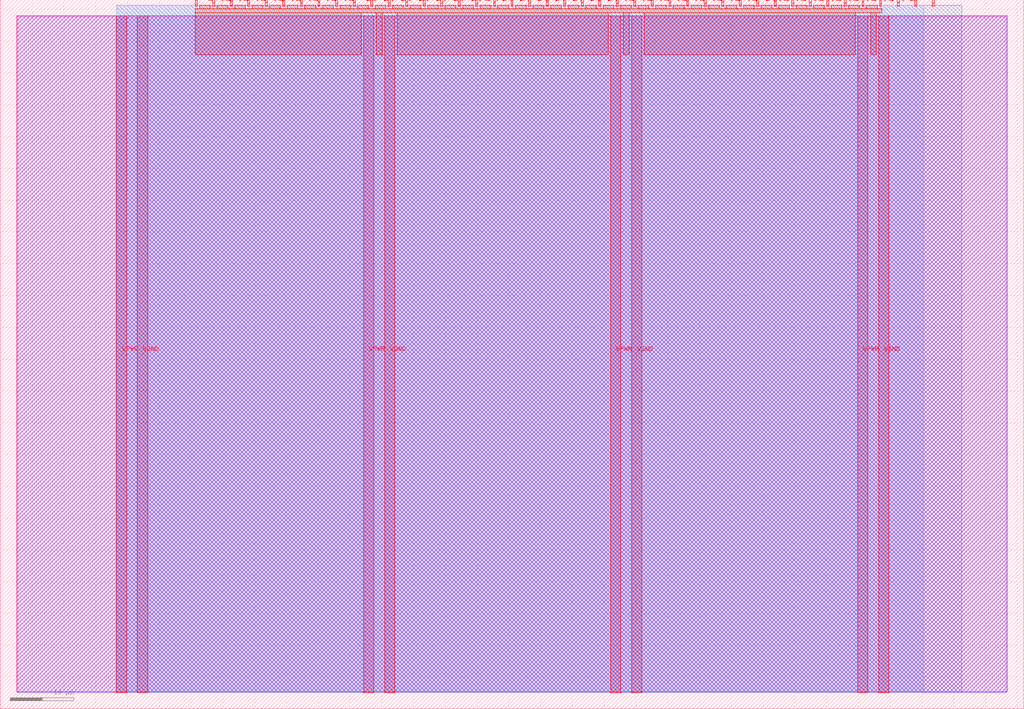
<source format=lef>
VERSION 5.7 ;
  NOWIREEXTENSIONATPIN ON ;
  DIVIDERCHAR "/" ;
  BUSBITCHARS "[]" ;
MACRO tt_um_wokwi_442982978057266177
  CLASS BLOCK ;
  FOREIGN tt_um_wokwi_442982978057266177 ;
  ORIGIN 0.000 0.000 ;
  SIZE 161.000 BY 111.520 ;
  PIN VGND
    DIRECTION INOUT ;
    USE GROUND ;
    PORT
      LAYER met4 ;
        RECT 21.580 2.480 23.180 109.040 ;
    END
    PORT
      LAYER met4 ;
        RECT 60.450 2.480 62.050 109.040 ;
    END
    PORT
      LAYER met4 ;
        RECT 99.320 2.480 100.920 109.040 ;
    END
    PORT
      LAYER met4 ;
        RECT 138.190 2.480 139.790 109.040 ;
    END
  END VGND
  PIN VPWR
    DIRECTION INOUT ;
    USE POWER ;
    PORT
      LAYER met4 ;
        RECT 18.280 2.480 19.880 109.040 ;
    END
    PORT
      LAYER met4 ;
        RECT 57.150 2.480 58.750 109.040 ;
    END
    PORT
      LAYER met4 ;
        RECT 96.020 2.480 97.620 109.040 ;
    END
    PORT
      LAYER met4 ;
        RECT 134.890 2.480 136.490 109.040 ;
    END
  END VPWR
  PIN clk
    DIRECTION INPUT ;
    USE SIGNAL ;
    PORT
      LAYER met4 ;
        RECT 143.830 110.520 144.130 111.520 ;
    END
  END clk
  PIN ena
    DIRECTION INPUT ;
    USE SIGNAL ;
    PORT
      LAYER met4 ;
        RECT 146.590 110.520 146.890 111.520 ;
    END
  END ena
  PIN rst_n
    DIRECTION INPUT ;
    USE SIGNAL ;
    PORT
      LAYER met4 ;
        RECT 141.070 110.520 141.370 111.520 ;
    END
  END rst_n
  PIN ui_in[0]
    DIRECTION INPUT ;
    USE SIGNAL ;
    ANTENNAGATEAREA 0.126000 ;
    PORT
      LAYER met4 ;
        RECT 138.310 110.520 138.610 111.520 ;
    END
  END ui_in[0]
  PIN ui_in[1]
    DIRECTION INPUT ;
    USE SIGNAL ;
    ANTENNAGATEAREA 0.213000 ;
    PORT
      LAYER met4 ;
        RECT 135.550 110.520 135.850 111.520 ;
    END
  END ui_in[1]
  PIN ui_in[2]
    DIRECTION INPUT ;
    USE SIGNAL ;
    ANTENNAGATEAREA 0.126000 ;
    PORT
      LAYER met4 ;
        RECT 132.790 110.520 133.090 111.520 ;
    END
  END ui_in[2]
  PIN ui_in[3]
    DIRECTION INPUT ;
    USE SIGNAL ;
    ANTENNAGATEAREA 0.126000 ;
    PORT
      LAYER met4 ;
        RECT 130.030 110.520 130.330 111.520 ;
    END
  END ui_in[3]
  PIN ui_in[4]
    DIRECTION INPUT ;
    USE SIGNAL ;
    ANTENNAGATEAREA 0.213000 ;
    PORT
      LAYER met4 ;
        RECT 127.270 110.520 127.570 111.520 ;
    END
  END ui_in[4]
  PIN ui_in[5]
    DIRECTION INPUT ;
    USE SIGNAL ;
    ANTENNAGATEAREA 0.213000 ;
    PORT
      LAYER met4 ;
        RECT 124.510 110.520 124.810 111.520 ;
    END
  END ui_in[5]
  PIN ui_in[6]
    DIRECTION INPUT ;
    USE SIGNAL ;
    ANTENNAGATEAREA 0.126000 ;
    PORT
      LAYER met4 ;
        RECT 121.750 110.520 122.050 111.520 ;
    END
  END ui_in[6]
  PIN ui_in[7]
    DIRECTION INPUT ;
    USE SIGNAL ;
    ANTENNAGATEAREA 0.126000 ;
    PORT
      LAYER met4 ;
        RECT 118.990 110.520 119.290 111.520 ;
    END
  END ui_in[7]
  PIN uio_in[0]
    DIRECTION INPUT ;
    USE SIGNAL ;
    PORT
      LAYER met4 ;
        RECT 116.230 110.520 116.530 111.520 ;
    END
  END uio_in[0]
  PIN uio_in[1]
    DIRECTION INPUT ;
    USE SIGNAL ;
    PORT
      LAYER met4 ;
        RECT 113.470 110.520 113.770 111.520 ;
    END
  END uio_in[1]
  PIN uio_in[2]
    DIRECTION INPUT ;
    USE SIGNAL ;
    PORT
      LAYER met4 ;
        RECT 110.710 110.520 111.010 111.520 ;
    END
  END uio_in[2]
  PIN uio_in[3]
    DIRECTION INPUT ;
    USE SIGNAL ;
    PORT
      LAYER met4 ;
        RECT 107.950 110.520 108.250 111.520 ;
    END
  END uio_in[3]
  PIN uio_in[4]
    DIRECTION INPUT ;
    USE SIGNAL ;
    PORT
      LAYER met4 ;
        RECT 105.190 110.520 105.490 111.520 ;
    END
  END uio_in[4]
  PIN uio_in[5]
    DIRECTION INPUT ;
    USE SIGNAL ;
    PORT
      LAYER met4 ;
        RECT 102.430 110.520 102.730 111.520 ;
    END
  END uio_in[5]
  PIN uio_in[6]
    DIRECTION INPUT ;
    USE SIGNAL ;
    PORT
      LAYER met4 ;
        RECT 99.670 110.520 99.970 111.520 ;
    END
  END uio_in[6]
  PIN uio_in[7]
    DIRECTION INPUT ;
    USE SIGNAL ;
    PORT
      LAYER met4 ;
        RECT 96.910 110.520 97.210 111.520 ;
    END
  END uio_in[7]
  PIN uio_oe[0]
    DIRECTION OUTPUT ;
    USE SIGNAL ;
    PORT
      LAYER met4 ;
        RECT 49.990 110.520 50.290 111.520 ;
    END
  END uio_oe[0]
  PIN uio_oe[1]
    DIRECTION OUTPUT ;
    USE SIGNAL ;
    PORT
      LAYER met4 ;
        RECT 47.230 110.520 47.530 111.520 ;
    END
  END uio_oe[1]
  PIN uio_oe[2]
    DIRECTION OUTPUT ;
    USE SIGNAL ;
    PORT
      LAYER met4 ;
        RECT 44.470 110.520 44.770 111.520 ;
    END
  END uio_oe[2]
  PIN uio_oe[3]
    DIRECTION OUTPUT ;
    USE SIGNAL ;
    PORT
      LAYER met4 ;
        RECT 41.710 110.520 42.010 111.520 ;
    END
  END uio_oe[3]
  PIN uio_oe[4]
    DIRECTION OUTPUT ;
    USE SIGNAL ;
    PORT
      LAYER met4 ;
        RECT 38.950 110.520 39.250 111.520 ;
    END
  END uio_oe[4]
  PIN uio_oe[5]
    DIRECTION OUTPUT ;
    USE SIGNAL ;
    PORT
      LAYER met4 ;
        RECT 36.190 110.520 36.490 111.520 ;
    END
  END uio_oe[5]
  PIN uio_oe[6]
    DIRECTION OUTPUT ;
    USE SIGNAL ;
    PORT
      LAYER met4 ;
        RECT 33.430 110.520 33.730 111.520 ;
    END
  END uio_oe[6]
  PIN uio_oe[7]
    DIRECTION OUTPUT ;
    USE SIGNAL ;
    PORT
      LAYER met4 ;
        RECT 30.670 110.520 30.970 111.520 ;
    END
  END uio_oe[7]
  PIN uio_out[0]
    DIRECTION OUTPUT ;
    USE SIGNAL ;
    PORT
      LAYER met4 ;
        RECT 72.070 110.520 72.370 111.520 ;
    END
  END uio_out[0]
  PIN uio_out[1]
    DIRECTION OUTPUT ;
    USE SIGNAL ;
    PORT
      LAYER met4 ;
        RECT 69.310 110.520 69.610 111.520 ;
    END
  END uio_out[1]
  PIN uio_out[2]
    DIRECTION OUTPUT ;
    USE SIGNAL ;
    PORT
      LAYER met4 ;
        RECT 66.550 110.520 66.850 111.520 ;
    END
  END uio_out[2]
  PIN uio_out[3]
    DIRECTION OUTPUT ;
    USE SIGNAL ;
    PORT
      LAYER met4 ;
        RECT 63.790 110.520 64.090 111.520 ;
    END
  END uio_out[3]
  PIN uio_out[4]
    DIRECTION OUTPUT ;
    USE SIGNAL ;
    PORT
      LAYER met4 ;
        RECT 61.030 110.520 61.330 111.520 ;
    END
  END uio_out[4]
  PIN uio_out[5]
    DIRECTION OUTPUT ;
    USE SIGNAL ;
    PORT
      LAYER met4 ;
        RECT 58.270 110.520 58.570 111.520 ;
    END
  END uio_out[5]
  PIN uio_out[6]
    DIRECTION OUTPUT ;
    USE SIGNAL ;
    PORT
      LAYER met4 ;
        RECT 55.510 110.520 55.810 111.520 ;
    END
  END uio_out[6]
  PIN uio_out[7]
    DIRECTION OUTPUT ;
    USE SIGNAL ;
    PORT
      LAYER met4 ;
        RECT 52.750 110.520 53.050 111.520 ;
    END
  END uio_out[7]
  PIN uo_out[0]
    DIRECTION OUTPUT ;
    USE SIGNAL ;
    ANTENNADIFFAREA 0.445500 ;
    PORT
      LAYER met4 ;
        RECT 94.150 110.520 94.450 111.520 ;
    END
  END uo_out[0]
  PIN uo_out[1]
    DIRECTION OUTPUT ;
    USE SIGNAL ;
    ANTENNADIFFAREA 0.445500 ;
    PORT
      LAYER met4 ;
        RECT 91.390 110.520 91.690 111.520 ;
    END
  END uo_out[1]
  PIN uo_out[2]
    DIRECTION OUTPUT ;
    USE SIGNAL ;
    ANTENNADIFFAREA 0.445500 ;
    PORT
      LAYER met4 ;
        RECT 88.630 110.520 88.930 111.520 ;
    END
  END uo_out[2]
  PIN uo_out[3]
    DIRECTION OUTPUT ;
    USE SIGNAL ;
    ANTENNADIFFAREA 0.445500 ;
    PORT
      LAYER met4 ;
        RECT 85.870 110.520 86.170 111.520 ;
    END
  END uo_out[3]
  PIN uo_out[4]
    DIRECTION OUTPUT ;
    USE SIGNAL ;
    ANTENNADIFFAREA 0.445500 ;
    PORT
      LAYER met4 ;
        RECT 83.110 110.520 83.410 111.520 ;
    END
  END uo_out[4]
  PIN uo_out[5]
    DIRECTION OUTPUT ;
    USE SIGNAL ;
    ANTENNADIFFAREA 0.445500 ;
    PORT
      LAYER met4 ;
        RECT 80.350 110.520 80.650 111.520 ;
    END
  END uo_out[5]
  PIN uo_out[6]
    DIRECTION OUTPUT ;
    USE SIGNAL ;
    ANTENNADIFFAREA 0.445500 ;
    PORT
      LAYER met4 ;
        RECT 77.590 110.520 77.890 111.520 ;
    END
  END uo_out[6]
  PIN uo_out[7]
    DIRECTION OUTPUT ;
    USE SIGNAL ;
    PORT
      LAYER met4 ;
        RECT 74.830 110.520 75.130 111.520 ;
    END
  END uo_out[7]
  OBS
      LAYER nwell ;
        RECT 2.570 2.635 158.430 108.990 ;
      LAYER li1 ;
        RECT 2.760 2.635 158.240 108.885 ;
      LAYER met1 ;
        RECT 2.760 2.480 158.240 109.040 ;
      LAYER met2 ;
        RECT 18.310 2.535 151.240 110.685 ;
      LAYER met3 ;
        RECT 18.290 2.555 145.295 110.665 ;
      LAYER met4 ;
        RECT 31.370 110.120 33.030 110.665 ;
        RECT 34.130 110.120 35.790 110.665 ;
        RECT 36.890 110.120 38.550 110.665 ;
        RECT 39.650 110.120 41.310 110.665 ;
        RECT 42.410 110.120 44.070 110.665 ;
        RECT 45.170 110.120 46.830 110.665 ;
        RECT 47.930 110.120 49.590 110.665 ;
        RECT 50.690 110.120 52.350 110.665 ;
        RECT 53.450 110.120 55.110 110.665 ;
        RECT 56.210 110.120 57.870 110.665 ;
        RECT 58.970 110.120 60.630 110.665 ;
        RECT 61.730 110.120 63.390 110.665 ;
        RECT 64.490 110.120 66.150 110.665 ;
        RECT 67.250 110.120 68.910 110.665 ;
        RECT 70.010 110.120 71.670 110.665 ;
        RECT 72.770 110.120 74.430 110.665 ;
        RECT 75.530 110.120 77.190 110.665 ;
        RECT 78.290 110.120 79.950 110.665 ;
        RECT 81.050 110.120 82.710 110.665 ;
        RECT 83.810 110.120 85.470 110.665 ;
        RECT 86.570 110.120 88.230 110.665 ;
        RECT 89.330 110.120 90.990 110.665 ;
        RECT 92.090 110.120 93.750 110.665 ;
        RECT 94.850 110.120 96.510 110.665 ;
        RECT 97.610 110.120 99.270 110.665 ;
        RECT 100.370 110.120 102.030 110.665 ;
        RECT 103.130 110.120 104.790 110.665 ;
        RECT 105.890 110.120 107.550 110.665 ;
        RECT 108.650 110.120 110.310 110.665 ;
        RECT 111.410 110.120 113.070 110.665 ;
        RECT 114.170 110.120 115.830 110.665 ;
        RECT 116.930 110.120 118.590 110.665 ;
        RECT 119.690 110.120 121.350 110.665 ;
        RECT 122.450 110.120 124.110 110.665 ;
        RECT 125.210 110.120 126.870 110.665 ;
        RECT 127.970 110.120 129.630 110.665 ;
        RECT 130.730 110.120 132.390 110.665 ;
        RECT 133.490 110.120 135.150 110.665 ;
        RECT 136.250 110.120 137.910 110.665 ;
        RECT 30.655 109.440 138.625 110.120 ;
        RECT 30.655 102.855 56.750 109.440 ;
        RECT 59.150 102.855 60.050 109.440 ;
        RECT 62.450 102.855 95.620 109.440 ;
        RECT 98.020 102.855 98.920 109.440 ;
        RECT 101.320 102.855 134.490 109.440 ;
        RECT 136.890 102.855 137.790 109.440 ;
  END
END tt_um_wokwi_442982978057266177
END LIBRARY


</source>
